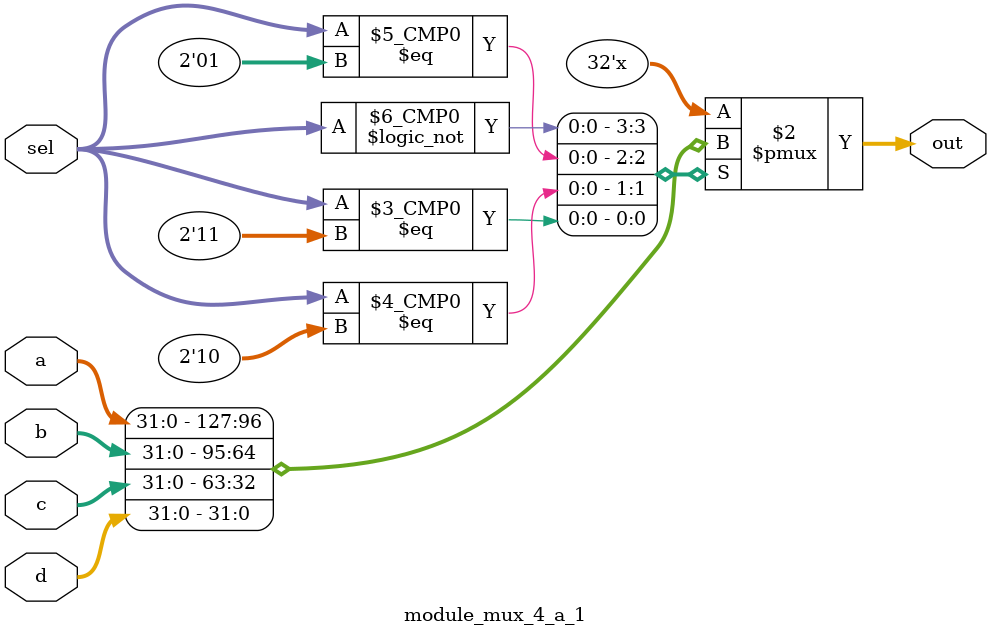
<source format=sv>
module module_mux_4_a_1 #(
    parameter WIDTH = 32
)(
    input logic [WIDTH - 1 : 0]     a,
    input logic [WIDTH - 1 : 0]     b,
    input logic [WIDTH - 1 : 0]     c,
    input logic [WIDTH - 1 : 0]     d,
    input logic [1 : 0]             sel,
    output logic [WIDTH - 1 : 0]    out
);

    always_comb begin
        case(sel)
            2'b00: out = a;
            2'b01: out = b;
            2'b10: out = c;
            2'b11: out = d;
            default: out = '0;
        endcase
    end
endmodule
</source>
